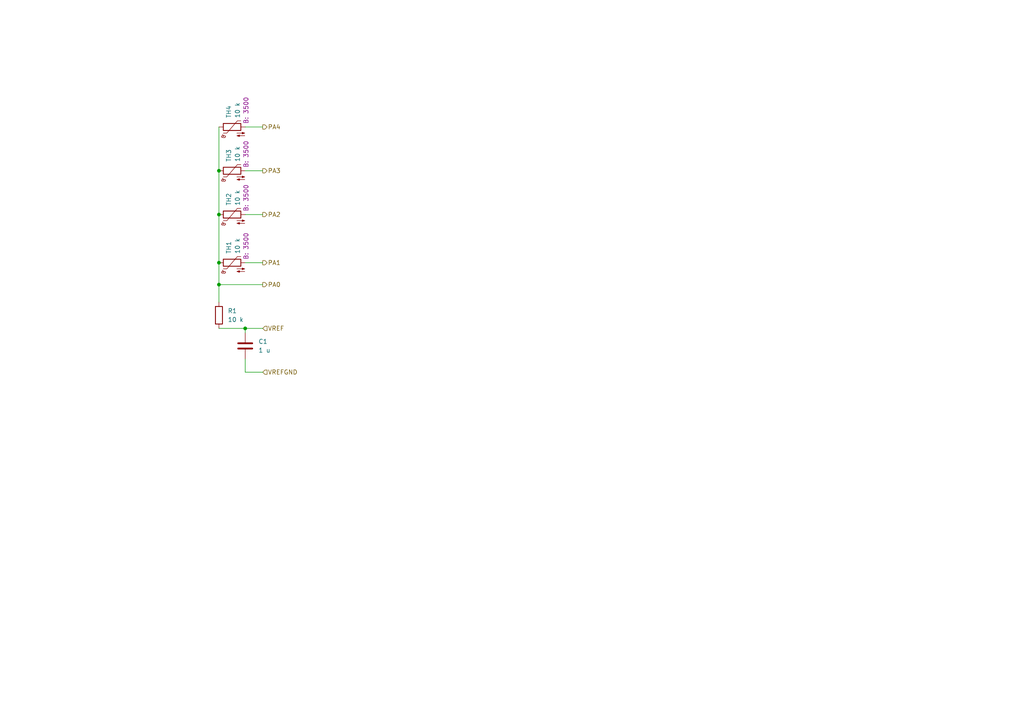
<source format=kicad_sch>
(kicad_sch (version 20231120) (generator "eeschema") (generator_version "8.0")
  (paper "A4")
  (lib_symbols
    (symbol "Device:C" (pin_numbers hide) (pin_names (offset 0.254))
      (property "Reference" "C" (at 0.635 2.54 0))
      (property "Value" "C" (at 0.635 -2.54 0))
      (symbol "C_0_1"
        (polyline (pts (xy -2.032 -0.762) (xy 2.032 -0.762)) (stroke (width 0.508)))
        (polyline (pts (xy -2.032 0.762) (xy 2.032 0.762)) (stroke (width 0.508)))
      )
      (symbol "C_1_1"
        (pin passive line (at 0 3.81 270) (length 2.794) (name "~") (number "1"))
        (pin passive line (at 0 -3.81 90) (length 2.794) (name "~") (number "2"))
      )
    )
    (symbol "Device:R" (pin_numbers hide) (pin_names (offset 0))
      (property "Reference" "R" (at 2.032 0 90))
      (property "Value" "R" (at 0 0 90))
      (symbol "R_0_1"
        (rectangle (start -1.016 -2.54) (end 1.016 2.54) (stroke (width 0.254)))
      )
      (symbol "R_1_1"
        (pin passive line (at 0 3.81 270) (length 1.27) (name "~") (number "1"))
        (pin passive line (at 0 -3.81 90) (length 1.27) (name "~") (number "2"))
      )
    )
    (symbol "Device:Thermistor_NTC" (pin_numbers hide) (pin_names (offset 0))
      (property "Reference" "TH" (at -4.445 0 90))
      (property "Value" "Thermistor_NTC" (at 3.175 0 90))
      (symbol "Thermistor_NTC_0_1"
        (arc (start -3.048 2.159) (mid -3.0495 2.3143) (end -3.175 2.413))
        (arc (start -3.048 2.159) (mid -2.9736 1.9794) (end -2.794 1.905))
        (arc (start -3.048 2.794) (mid -2.9736 2.6144) (end -2.794 2.54))
        (arc (start -2.794 1.905) (mid -2.6144 1.9794) (end -2.54 2.159))
        (arc (start -2.794 2.54) (mid -2.4393 2.5587) (end -2.159 2.794))
        (arc (start -2.794 3.048) (mid -2.9736 2.9736) (end -3.048 2.794))
        (arc (start -2.54 2.794) (mid -2.6144 2.9736) (end -2.794 3.048))
        (rectangle (start -1.016 2.54) (end 1.016 -2.54) (stroke (width 0.254)))
        (polyline (pts (xy -2.54 2.159) (xy -2.54 2.794)))
        (polyline (pts (xy -1.778 2.54) (xy -1.778 1.524) (xy 1.778 -1.524) (xy 1.778 -2.54)))
        (polyline (pts (xy -2.54 -3.683) (xy -2.54 -1.397) (xy -2.794 -2.159) (xy -2.286 -2.159) (xy -2.54 -1.397) (xy -2.54 -1.651)) (fill (type outline)))
        (polyline (pts (xy -1.778 -1.397) (xy -1.778 -3.683) (xy -2.032 -2.921) (xy -1.524 -2.921) (xy -1.778 -3.683) (xy -1.778 -3.429)) (fill (type outline)))
      )
      (symbol "Thermistor_NTC_1_1"
        (pin passive line (at 0 3.81 270) (length 1.27) (name "~") (number "1"))
        (pin passive line (at 0 -3.81 90) (length 1.27) (name "~") (number "2"))
      )
    )
  )
  (junction (at 63.5 76.2))
  (junction (at 71.12 95.25))
  (junction (at 63.5 82.55))
  (junction (at 63.5 49.53))
  (junction (at 63.5 62.23))
  (wire (pts (xy 71.12 62.23) (xy 76.2 62.23)))
  (wire (pts (xy 71.12 107.95) (xy 76.2 107.95)))
  (wire (pts (xy 63.5 76.2) (xy 63.5 82.55)))
  (wire (pts (xy 63.5 62.23) (xy 63.5 76.2)))
  (wire (pts (xy 71.12 95.25) (xy 76.2 95.25)))
  (wire (pts (xy 63.5 82.55) (xy 76.2 82.55)))
  (wire (pts (xy 71.12 104.14) (xy 71.12 107.95)))
  (wire (pts (xy 71.12 95.25) (xy 71.12 96.52)))
  (wire (pts (xy 63.5 49.53) (xy 63.5 62.23)))
  (wire (pts (xy 71.12 76.2) (xy 76.2 76.2)))
  (wire (pts (xy 63.5 36.83) (xy 63.5 49.53)))
  (wire (pts (xy 71.12 49.53) (xy 76.2 49.53)))
  (wire (pts (xy 71.12 36.83) (xy 76.2 36.83)))
  (wire (pts (xy 63.5 82.55) (xy 63.5 87.63)))
  (wire (pts (xy 63.5 95.25) (xy 71.12 95.25)))
  (hierarchical_label "VREFGND" (shape input) (at 76.2 107.95 0))
  (hierarchical_label "PA3" (shape output) (at 76.2 49.53 0))
  (hierarchical_label "PA0" (shape output) (at 76.2 82.55 0))
  (hierarchical_label "VREF" (shape input) (at 76.2 95.25 0))
  (hierarchical_label "PA2" (shape output) (at 76.2 62.23 0))
  (hierarchical_label "PA4" (shape output) (at 76.2 36.83 0))
  (hierarchical_label "PA1" (shape output) (at 76.2 76.2 0))
  (symbol (lib_id "Device:Thermistor_NTC") (at 67.31 62.23 90) (unit 1)
    (property "Reference" "TH2" (at 66.3574 59.69 0) (effects (justify left)))
    (property "Value" "10 k" (at 68.8974 59.69 0) (effects (justify left)))
    (property "Footprint" "Resistor_THT:R_Axial_DIN0204_L3.6mm_D1.6mm_P1.90mm_Vertical" (effects (hide yes)))
    (property "Datasheet" "https://www.molex.com/en-us/products/part-detail/2146501633?display=pdf" (effects (hide yes)))
    (property "Description" "214650-1633" (effects (hide yes)))
    (property "B" "3500" (at 71.374 57.404 0) (show_name yes))
    (property "Manufacturer_Part_Number" "214650-1633" (effects (hide yes)))
  )
  (symbol (lib_id "Device:Thermistor_NTC") (at 67.31 49.53 90) (unit 1)
    (property "Reference" "TH3" (at 66.3574 46.99 0) (effects (justify left)))
    (property "Value" "10 k" (at 68.8974 46.99 0) (effects (justify left)))
    (property "Footprint" "Resistor_THT:R_Axial_DIN0204_L3.6mm_D1.6mm_P1.90mm_Vertical" (effects (hide yes)))
    (property "Datasheet" "https://www.molex.com/en-us/products/part-detail/2146501633?display=pdf" (effects (hide yes)))
    (property "Description" "214650-1633" (effects (hide yes)))
    (property "B" "3500" (at 71.374 44.704 0) (show_name yes))
    (property "Manufacturer_Part_Number" "214650-1633" (effects (hide yes)))
  )
  (symbol (lib_id "Device:Thermistor_NTC") (at 67.31 36.83 90) (unit 1)
    (property "Reference" "TH4" (at 66.3574 34.29 0) (effects (justify left)))
    (property "Value" "10 k" (at 68.8974 34.29 0) (effects (justify left)))
    (property "Footprint" "Resistor_THT:R_Axial_DIN0204_L3.6mm_D1.6mm_P1.90mm_Vertical" (effects (hide yes)))
    (property "Datasheet" "https://www.molex.com/en-us/products/part-detail/2146501633?display=pdf" (effects (hide yes)))
    (property "Description" "214650-1633" (effects (hide yes)))
    (property "B" "3500" (at 71.374 32.004 0) (show_name yes))
    (property "Manufacturer_Part_Number" "214650-1633" (effects (hide yes)))
  )
  (symbol (lib_id "Device:R") (at 63.5 91.44 0) (unit 1)
    (property "Reference" "R1" (at 66.04 90.1699 0) (effects (justify left)))
    (property "Value" "10 k" (at 66.04 92.7099 0) (effects (justify left)))
    (property "Footprint" "Resistor_SMD:R_0402_1005Metric" (effects (hide yes)))
    (property "Datasheet" "https://www.vishay.com/docs/20035/dcrcwe3.pdf" (effects (hide yes)))
    (property "Description" "Resistor" (effects (hide yes)))
    (property "Manufacturer_Part_Number" "CRCW040210K0FKEDC" (effects (hide yes)))
  )
  (symbol (lib_id "Device:C") (at 71.12 100.33 0) (unit 1)
    (property "Reference" "C1" (at 74.93 99.0599 0) (effects (justify left)))
    (property "Value" "1 u" (at 74.93 101.5999 0) (effects (justify left)))
    (property "Footprint" "Capacitor_SMD:C_0805_2012Metric" (effects (hide yes)))
    (property "Datasheet" "https://hu.mouser.com/datasheet/2/40/KGM_X7R-3223212.pdf" (effects (hide yes)))
    (property "Description" "Unpolarized capacitor" (effects (hide yes)))
    (property "Manufacturer_Part_Number" "KGM21AR71H105JU" (effects (hide yes)))
  )
  (symbol (lib_id "Device:Thermistor_NTC") (at 67.31 76.2 90) (unit 1)
    (property "Reference" "TH1" (at 66.3574 73.66 0) (effects (justify left)))
    (property "Value" "10 k" (at 68.8974 73.66 0) (effects (justify left)))
    (property "Footprint" "Resistor_THT:R_Axial_DIN0204_L3.6mm_D1.6mm_P1.90mm_Vertical" (effects (hide yes)))
    (property "Datasheet" "https://www.molex.com/en-us/products/part-detail/2146501633?display=pdf" (effects (hide yes)))
    (property "Description" "214650-1633" (effects (hide yes)))
    (property "B" "3500" (at 71.374 71.374 0) (show_name yes))
    (property "Manufacturer_Part_Number" "214650-1633" (effects (hide yes)))
  )
)
</source>
